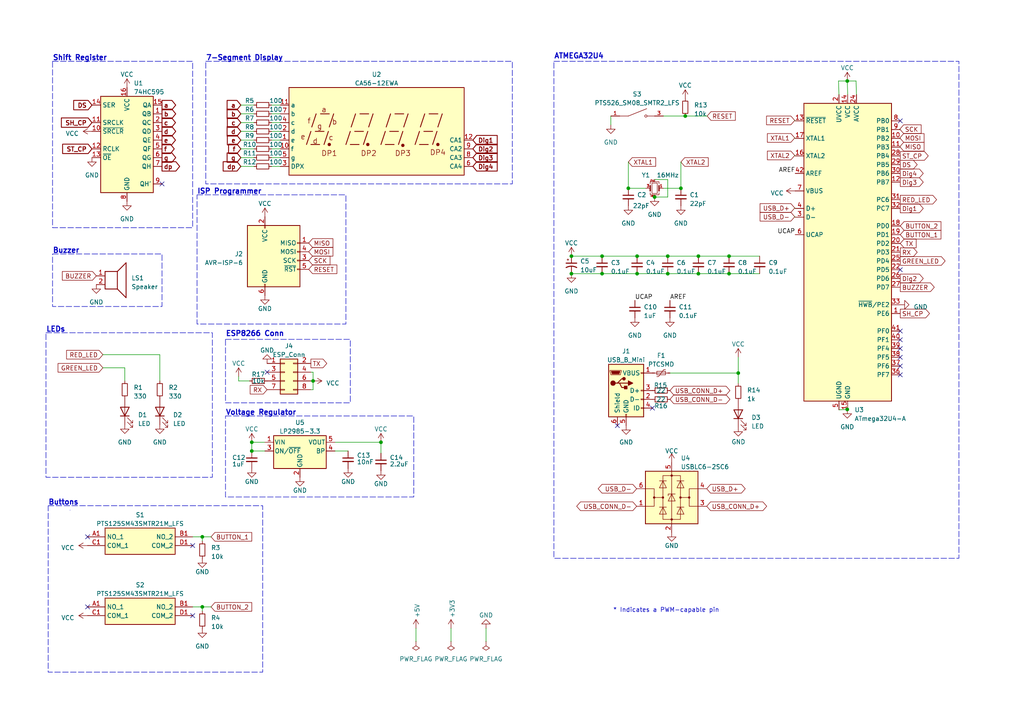
<source format=kicad_sch>
(kicad_sch (version 20230121) (generator eeschema)
  (paper "A4")
  (title_block (title "Kitchen Timer") (date "mar. 31 mars 2015") (rev "1.0") (company "University of Denver"))
  (lib_symbols
    (symbol "74xx:74HC595"
      (property "Reference" "U" (at -7.62 13.97 0))
      (property "Value" "74HC595" (at -7.62 -16.51 0))
      (symbol "74HC595_1_0"
        (pin tri_state line (at 10.16 7.62 180) (length 2.54) (name "QB") (number "1"))
        (pin input line (at -10.16 2.54 0) (length 2.54) (name "~{SRCLR}") (number "10"))
        (pin input line (at -10.16 5.08 0) (length 2.54) (name "SRCLK") (number "11"))
        (pin input line (at -10.16 -2.54 0) (length 2.54) (name "RCLK") (number "12"))
        (pin input line (at -10.16 -5.08 0) (length 2.54) (name "~{OE}") (number "13"))
        (pin input line (at -10.16 10.16 0) (length 2.54) (name "SER") (number "14"))
        (pin tri_state line (at 10.16 10.16 180) (length 2.54) (name "QA") (number "15"))
        (pin power_in line (at 0 15.24 270) (length 2.54) (name "VCC") (number "16"))
        (pin tri_state line (at 10.16 5.08 180) (length 2.54) (name "QC") (number "2"))
        (pin tri_state line (at 10.16 2.54 180) (length 2.54) (name "QD") (number "3"))
        (pin tri_state line (at 10.16 0 180) (length 2.54) (name "QE") (number "4"))
        (pin tri_state line (at 10.16 -2.54 180) (length 2.54) (name "QF") (number "5"))
        (pin tri_state line (at 10.16 -5.08 180) (length 2.54) (name "QG") (number "6"))
        (pin tri_state line (at 10.16 -7.62 180) (length 2.54) (name "QH") (number "7"))
        (pin power_in line (at 0 -17.78 90) (length 2.54) (name "GND") (number "8"))
        (pin output line (at 10.16 -12.7 180) (length 2.54) (name "QH'") (number "9"))
      )
    )
    (symbol "Connector:AVR-ISP-6" (pin_names (offset 1.016))
      (property "Reference" "J" (at -6.35 11.43 0))
      (property "Value" "AVR-ISP-6" (at 0 11.43 0))
      (symbol "AVR-ISP-6_1_1"
        (pin passive line (at 10.16 5.08 180) (length 2.54) (name "MISO") (number "1"))
        (pin passive line (at -2.54 12.7 270) (length 2.54) (name "VCC") (number "2"))
        (pin passive line (at 10.16 0 180) (length 2.54) (name "SCK") (number "3"))
        (pin passive line (at 10.16 2.54 180) (length 2.54) (name "MOSI") (number "4"))
        (pin passive line (at 10.16 -2.54 180) (length 2.54) (name "~{RST}") (number "5"))
        (pin passive line (at -2.54 -10.16 90) (length 2.54) (name "GND") (number "6"))
      )
    )
    (symbol "Connector:USB_B_Mini" (pin_names (offset 1.016))
      (property "Reference" "J" (at -5.08 11.43 0))
      (property "Value" "USB_B_Mini" (at -5.08 8.89 0))
      (symbol "USB_B_Mini_1_1"
        (pin power_out line (at 7.62 5.08 180) (length 2.54) (name "VBUS") (number "1"))
        (pin bidirectional line (at 7.62 -2.54 180) (length 2.54) (name "D-") (number "2"))
        (pin bidirectional line (at 7.62 0 180) (length 2.54) (name "D+") (number "3"))
        (pin passive line (at 7.62 -5.08 180) (length 2.54) (name "ID") (number "4"))
        (pin power_out line (at 0 -10.16 90) (length 2.54) (name "GND") (number "5"))
        (pin passive line (at -2.54 -10.16 90) (length 2.54) (name "Shield") (number "6"))
      )
    )
    (symbol "Connector_Generic:Conn_02x04_Odd_Even" (pin_names (offset 1.016) hide)
      (property "Reference" "J" (at 1.27 5.08 0))
      (property "Value" "Conn_02x04_Odd_Even" (at 1.27 -7.62 0))
      (symbol "Conn_02x04_Odd_Even_1_1"
        (pin passive line (at -5.08 2.54 0) (length 3.81) (name "Pin_1") (number "1"))
        (pin passive line (at 7.62 2.54 180) (length 3.81) (name "Pin_2") (number "2"))
        (pin passive line (at -5.08 0 0) (length 3.81) (name "Pin_3") (number "3"))
        (pin passive line (at 7.62 0 180) (length 3.81) (name "Pin_4") (number "4"))
        (pin passive line (at -5.08 -2.54 0) (length 3.81) (name "Pin_5") (number "5"))
        (pin passive line (at 7.62 -2.54 180) (length 3.81) (name "Pin_6") (number "6"))
        (pin passive line (at -5.08 -5.08 0) (length 3.81) (name "Pin_7") (number "7"))
        (pin passive line (at 7.62 -5.08 180) (length 3.81) (name "Pin_8") (number "8"))
      )
    )
    (symbol "Device:C_Polarized_Small_US" (pin_numbers hide) (pin_names (offset 0.254) hide)
      (property "Reference" "C" (at 0.254 1.778 0))
      (property "Value" "C_Polarized_Small_US" (at 0.254 -2.032 0))
      (symbol "C_Polarized_Small_US_1_1"
        (pin passive line (at 0 2.54 270) (length 2.032) (name "~") (number "1"))
        (pin passive line (at 0 -2.54 90) (length 2.032) (name "~") (number "2"))
      )
    )
    (symbol "Device:C_Small" (pin_numbers hide) (pin_names (offset 0.254) hide)
      (property "Reference" "C" (at 0.254 1.778 0))
      (property "Value" "C_Small" (at 0.254 -2.032 0))
      (symbol "C_Small_1_1"
        (pin passive line (at 0 2.54 270) (length 2.032) (name "~") (number "1"))
        (pin passive line (at 0 -2.54 90) (length 2.032) (name "~") (number "2"))
      )
    )
    (symbol "Device:Crystal_GND24_Small" (pin_names (offset 1.016) hide)
      (property "Reference" "Y" (at 1.27 4.445 0))
      (property "Value" "Crystal_GND24_Small" (at 1.27 2.54 0))
      (symbol "Crystal_GND24_Small_1_1"
        (pin passive line (at -2.54 0 0) (length 1.27) (name "1") (number "1"))
        (pin passive line (at 0 -2.54 90) (length 0.635) (name "2") (number "2"))
        (pin passive line (at 2.54 0 180) (length 1.27) (name "3") (number "3"))
        (pin passive line (at 0 2.54 270) (length 0.635) (name "4") (number "4"))
      )
    )
    (symbol "Device:LED" (pin_numbers hide) (pin_names (offset 1.016) hide)
      (property "Reference" "D" (at 0 2.54 0))
      (property "Value" "LED" (at 0 -2.54 0))
      (symbol "LED_1_1"
        (pin passive line (at -3.81 0 0) (length 2.54) (name "K") (number "1"))
        (pin passive line (at 3.81 0 180) (length 2.54) (name "A") (number "2"))
      )
    )
    (symbol "Device:Polyfuse_Small" (pin_numbers hide) (pin_names (offset 0))
      (property "Reference" "F" (at -1.905 0 90))
      (property "Value" "Polyfuse_Small" (at 1.905 0 90))
      (symbol "Polyfuse_Small_1_1"
        (pin passive line (at 0 2.54 270) (length 0.635) (name "~") (number "1"))
        (pin passive line (at 0 -2.54 90) (length 0.635) (name "~") (number "2"))
      )
    )
    (symbol "Device:R_Small" (pin_numbers hide) (pin_names (offset 0.254) hide)
      (property "Reference" "R" (at 0.762 0.508 0))
      (property "Value" "R_Small" (at 0.762 -1.016 0))
      (symbol "R_Small_1_1"
        (pin passive line (at 0 2.54 270) (length 0.762) (name "~") (number "1"))
        (pin passive line (at 0 -2.54 90) (length 0.762) (name "~") (number "2"))
      )
    )
    (symbol "Device:Speaker" (pin_names (offset 0) hide)
      (property "Reference" "LS" (at 1.27 5.715 0))
      (property "Value" "Speaker" (at 1.27 3.81 0))
      (symbol "Speaker_1_1"
        (pin input line (at -5.08 0 0) (length 2.54) (name "1") (number "1"))
        (pin input line (at -5.08 -2.54 0) (length 2.54) (name "2") (number "2"))
      )
    )
    (symbol "Display_Character:CA56-12EWA"
      (property "Reference" "U" (at -24.13 13.97 0))
      (property "Value" "CA56-12EWA" (at 19.05 13.97 0))
      (symbol "CA56-12EWA_0_0"
        (text "a" (at -15.24 6.35 0) (effects (font (size 1.524 1.524))))
        (text "b" (at -12.192 2.794 0) (effects (font (size 1.524 1.524))))
        (text "c" (at -13.208 -1.778 0) (effects (font (size 1.524 1.524))))
        (text "d" (at -17.78 -2.794 0) (effects (font (size 1.524 1.524))))
        (text "DP1" (at -13.716 -6.35 0) (effects (font (size 1.524 1.524))))
        (text "DP2" (at -2.286 -6.35 0) (effects (font (size 1.524 1.524))))
        (text "DP3" (at 7.62 -6.35 0) (effects (font (size 1.524 1.524))))
        (text "DP4" (at 17.78 -6.096 0) (effects (font (size 1.524 1.524))))
        (text "e" (at -21.336 -1.524 0) (effects (font (size 1.524 1.524))))
        (text "f" (at -19.558 3.048 0) (effects (font (size 1.524 1.524))))
        (text "g" (at -16.51 1.524 0) (effects (font (size 1.524 1.524))))
      )
      (symbol "CA56-12EWA_1_1"
        (pin input line (at -27.94 -2.54 0) (length 2.54) (name "e") (number "1"))
        (pin input line (at -27.94 -5.08 0) (length 2.54) (name "f") (number "10"))
        (pin input line (at -27.94 7.62 0) (length 2.54) (name "a") (number "11"))
        (pin input line (at 27.94 -2.54 180) (length 2.54) (name "CA1") (number "12"))
        (pin input line (at -27.94 0 0) (length 2.54) (name "d") (number "2"))
        (pin input line (at -27.94 -10.16 0) (length 2.54) (name "DPX") (number "3"))
        (pin input line (at -27.94 2.54 0) (length 2.54) (name "c") (number "4"))
        (pin input line (at -27.94 -7.62 0) (length 2.54) (name "g") (number "5"))
        (pin input line (at 27.94 -10.16 180) (length 2.54) (name "CA4") (number "6"))
        (pin input line (at -27.94 5.08 0) (length 2.54) (name "b") (number "7"))
        (pin input line (at 27.94 -7.62 180) (length 2.54) (name "CA3") (number "8"))
        (pin input line (at 27.94 -5.08 180) (length 2.54) (name "CA2") (number "9"))
      )
    )
    (symbol "GND_1" (power) (pin_names (offset 0))
      (property "Value" "GND_1" (at 0 -3.81 0))
      (symbol "GND_1_1_1"
        (pin power_in line (at 0 0 270) (length 0) hide (name "GND") (number "1"))
      )
    )
    (symbol "GND_2" (power) (pin_names (offset 0))
      (property "Value" "GND_2" (at 0 -3.81 0))
      (symbol "GND_2_1_1"
        (pin power_in line (at 0 0 270) (length 0) hide (name "GND") (number "1"))
      )
    )
    (symbol "GND_3" (power) (pin_names (offset 0))
      (property "Value" "GND_3" (at 0 -3.81 0))
      (symbol "GND_3_1_1"
        (pin power_in line (at 0 0 270) (length 0) hide (name "GND") (number "1"))
      )
    )
    (symbol "GND_4" (power) (pin_names (offset 0))
      (property "Value" "GND_4" (at 0 -3.81 0))
      (symbol "GND_4_1_1"
        (pin power_in line (at 0 0 270) (length 0) hide (name "GND") (number "1"))
      )
    )
    (symbol "GND_5" (power) (pin_names (offset 0))
      (property "Value" "GND_5" (at 0 -3.81 0))
      (symbol "GND_5_1_1"
        (pin power_in line (at 0 0 270) (length 0) hide (name "GND") (number "1"))
      )
    )
    (symbol "MCU_Microchip_ATmega:ATmega32U4-A"
      (property "Reference" "U" (at -12.7 44.45 0))
      (property "Value" "ATmega32U4-A" (at 2.54 -44.45 0))
      (symbol "ATmega32U4-A_1_1"
        (pin bidirectional line (at 15.24 -17.78 180) (length 2.54) (name "PE6") (number "1"))
        (pin bidirectional line (at 15.24 33.02 180) (length 2.54) (name "PB2") (number "10"))
        (pin bidirectional line (at 15.24 30.48 180) (length 2.54) (name "PB3") (number "11"))
        (pin bidirectional line (at 15.24 20.32 180) (length 2.54) (name "PB7") (number "12"))
        (pin input line (at -15.24 38.1 0) (length 2.54) (name "~{RESET}") (number "13"))
        (pin power_in line (at 0 45.72 270) (length 2.54) (name "VCC") (number "14"))
        (pin power_in line (at 0 -45.72 90) (length 2.54) (name "GND") (number "15"))
        (pin output line (at -15.24 27.94 0) (length 2.54) (name "XTAL2") (number "16"))
        (pin input line (at -15.24 33.02 0) (length 2.54) (name "XTAL1") (number "17"))
        (pin bidirectional line (at 15.24 7.62 180) (length 2.54) (name "PD0") (number "18"))
        (pin bidirectional line (at 15.24 5.08 180) (length 2.54) (name "PD1") (number "19"))
        (pin power_in line (at -2.54 45.72 270) (length 2.54) (name "UVCC") (number "2"))
        (pin bidirectional line (at 15.24 2.54 180) (length 2.54) (name "PD2") (number "20"))
        (pin bidirectional line (at 15.24 0 180) (length 2.54) (name "PD3") (number "21"))
        (pin bidirectional line (at 15.24 -5.08 180) (length 2.54) (name "PD5") (number "22"))
        (pin passive line (at 0 -45.72 90) (length 2.54) hide (name "GND") (number "23"))
        (pin power_in line (at 2.54 45.72 270) (length 2.54) (name "AVCC") (number "24"))
        (pin bidirectional line (at 15.24 -2.54 180) (length 2.54) (name "PD4") (number "25"))
        (pin bidirectional line (at 15.24 -7.62 180) (length 2.54) (name "PD6") (number "26"))
        (pin bidirectional line (at 15.24 -10.16 180) (length 2.54) (name "PD7") (number "27"))
        (pin bidirectional line (at 15.24 27.94 180) (length 2.54) (name "PB4") (number "28"))
        (pin bidirectional line (at 15.24 25.4 180) (length 2.54) (name "PB5") (number "29"))
        (pin bidirectional line (at -15.24 10.16 0) (length 2.54) (name "D-") (number "3"))
        (pin bidirectional line (at 15.24 22.86 180) (length 2.54) (name "PB6") (number "30"))
        (pin bidirectional line (at 15.24 15.24 180) (length 2.54) (name "PC6") (number "31"))
        (pin bidirectional line (at 15.24 12.7 180) (length 2.54) (name "PC7") (number "32"))
        (pin bidirectional line (at 15.24 -15.24 180) (length 2.54) (name "~{HWB}/PE2") (number "33"))
        (pin passive line (at 0 45.72 270) (length 2.54) hide (name "VCC") (number "34"))
        (pin passive line (at 0 -45.72 90) (length 2.54) hide (name "GND") (number "35"))
        (pin bidirectional line (at 15.24 -35.56 180) (length 2.54) (name "PF7") (number "36"))
        (pin bidirectional line (at 15.24 -33.02 180) (length 2.54) (name "PF6") (number "37"))
        (pin bidirectional line (at 15.24 -30.48 180) (length 2.54) (name "PF5") (number "38"))
        (pin bidirectional line (at 15.24 -27.94 180) (length 2.54) (name "PF4") (number "39"))
        (pin bidirectional line (at -15.24 12.7 0) (length 2.54) (name "D+") (number "4"))
        (pin bidirectional line (at 15.24 -25.4 180) (length 2.54) (name "PF1") (number "40"))
        (pin bidirectional line (at 15.24 -22.86 180) (length 2.54) (name "PF0") (number "41"))
        (pin passive line (at -15.24 22.86 0) (length 2.54) (name "AREF") (number "42"))
        (pin passive line (at 0 -45.72 90) (length 2.54) hide (name "GND") (number "43"))
        (pin passive line (at 2.54 45.72 270) (length 2.54) hide (name "AVCC") (number "44"))
        (pin passive line (at -2.54 -45.72 90) (length 2.54) (name "UGND") (number "5"))
        (pin passive line (at -15.24 5.08 0) (length 2.54) (name "UCAP") (number "6"))
        (pin input line (at -15.24 17.78 0) (length 2.54) (name "VBUS") (number "7"))
        (pin bidirectional line (at 15.24 38.1 180) (length 2.54) (name "PB0") (number "8"))
        (pin bidirectional line (at 15.24 35.56 180) (length 2.54) (name "PB1") (number "9"))
      )
    )
    (symbol "PTS125_SMD_Button:PTS125SM43SMTR21M_LFS"
      (property "Reference" "S" (at 26.67 7.62 0))
      (property "Value" "PTS125SM43SMTR21M_LFS" (at 26.67 5.08 0))
      (symbol "PTS125SM43SMTR21M_LFS_1_1"
        (pin passive line (at 0 0 0) (length 5.08) (name "NO_1") (number "A1"))
        (pin passive line (at 30.48 0 180) (length 5.08) (name "NO_2") (number "B1"))
        (pin passive line (at 0 -2.54 0) (length 5.08) (name "COM_1") (number "C1"))
        (pin passive line (at 30.48 -2.54 180) (length 5.08) (name "COM_2") (number "D1"))
      )
    )
    (symbol "PTS526_SMD_Button:PTS526_SM08_SMTR2_LFS" (pin_names (offset 1.016))
      (property "Reference" "S" (at -2.54 2.54 0))
      (property "Value" "PTS526_SM08_SMTR2_LFS" (at -2.54 -2.54 0))
      (symbol "PTS526_SM08_SMTR2_LFS_0_0"
        (pin passive line (at -7.62 0 0) (length 2.54) (name "~") (number "1"))
        (pin passive line (at 7.62 0 180) (length 2.54) (name "~") (number "3"))
      )
    )
    (symbol "Power_Protection:USBLC6-2SC6" (pin_names hide)
      (property "Reference" "U" (at 2.54 8.89 0))
      (property "Value" "USBLC6-2SC6" (at 2.54 -8.89 0))
      (symbol "USBLC6-2SC6_1_1"
        (pin passive line (at -10.16 -2.54 0) (length 2.54) (name "I/O1") (number "1"))
        (pin passive line (at 0 -10.16 90) (length 2.54) (name "GND") (number "2"))
        (pin passive line (at 10.16 -2.54 180) (length 2.54) (name "I/O2") (number "3"))
        (pin passive line (at 10.16 2.54 180) (length 2.54) (name "I/O2") (number "4"))
        (pin passive line (at 0 10.16 270) (length 2.54) (name "VBUS") (number "5"))
        (pin passive line (at -10.16 2.54 0) (length 2.54) (name "I/O1") (number "6"))
      )
    )
    (symbol "Regulator_Linear:LP2985-3.3" (pin_names (offset 0.254))
      (property "Reference" "U" (at -6.35 5.715 0))
      (property "Value" "LP2985-3.3" (at 0 5.715 0))
      (symbol "LP2985-3.3_1_1"
        (pin power_in line (at -10.16 2.54 0) (length 2.54) (name "VIN") (number "1"))
        (pin power_in line (at 0 -7.62 90) (length 2.54) (name "GND") (number "2"))
        (pin input line (at -10.16 0 0) (length 2.54) (name "ON/~{OFF}") (number "3"))
        (pin input line (at 10.16 0 180) (length 2.54) (name "BP") (number "4"))
        (pin power_out line (at 10.16 2.54 180) (length 2.54) (name "VOUT") (number "5"))
      )
    )
    (symbol "VCC_1" (power) (pin_names (offset 0))
      (property "Value" "VCC_1" (at 0 3.81 0))
      (symbol "VCC_1_1_1"
        (pin power_in line (at 0 0 90) (length 0) hide (name "VCC") (number "1"))
      )
    )
    (symbol "VCC_2" (power) (pin_names (offset 0))
      (property "Value" "VCC_2" (at 0 3.81 0))
      (symbol "VCC_2_1_1"
        (pin power_in line (at 0 0 90) (length 0) hide (name "VCC") (number "1"))
      )
    )
    (symbol "VCC_3" (power) (pin_names (offset 0))
      (property "Value" "VCC_3" (at 0 3.81 0))
      (symbol "VCC_3_1_1"
        (pin power_in line (at 0 0 90) (length 0) hide (name "VCC") (number "1"))
      )
    )
    (symbol "VCC_4" (power) (pin_names (offset 0))
      (property "Value" "VCC_4" (at 0 3.81 0))
      (symbol "VCC_4_1_1"
        (pin power_in line (at 0 0 90) (length 0) hide (name "VCC") (number "1"))
      )
    )
    (symbol "VCC_5" (power) (pin_names (offset 0))
      (property "Value" "VCC_5" (at 0 3.81 0))
      (symbol "VCC_5_1_1"
        (pin power_in line (at 0 0 90) (length 0) hide (name "VCC") (number "1"))
      )
    )
    (symbol "VCC_6" (power) (pin_names (offset 0))
      (property "Value" "VCC_6" (at 0 3.81 0))
      (symbol "VCC_6_1_1"
        (pin power_in line (at 0 0 90) (length 0) hide (name "VCC") (number "1"))
      )
    )
    (symbol "VCC_7" (power) (pin_names (offset 0))
      (property "Value" "VCC_7" (at 0 3.81 0))
      (symbol "VCC_7_1_1"
        (pin power_in line (at 0 0 90) (length 0) hide (name "VCC") (number "1"))
      )
    )
    (symbol "power:+3V3" (power) (pin_names (offset 0))
      (property "Value" "+3V3" (at 0 3.556 0))
      (symbol "+3V3_1_1"
        (pin power_in line (at 0 0 90) (length 0) hide (name "+3V3") (number "1"))
      )
    )
    (symbol "power:+5V" (power) (pin_names (offset 0))
      (property "Value" "+5V" (at 0 3.556 0))
      (symbol "+5V_1_1"
        (pin power_in line (at 0 0 90) (length 0) hide (name "+5V") (number "1"))
      )
    )
    (symbol "power:GND" (power) (pin_names (offset 0))
      (property "Value" "GND" (at 0 -3.81 0))
      (symbol "GND_1_1"
        (pin power_in line (at 0 0 270) (length 0) hide (name "GND") (number "1"))
      )
    )
    (symbol "power:PWR_FLAG" (power) (pin_numbers hide) (pin_names (offset 0) hide)
      (property "Value" "PWR_FLAG" (at 0 3.81 0))
      (symbol "PWR_FLAG_0_0"
        (pin power_out line (at 0 0 90) (length 0) (name "pwr") (number "1"))
      )
    )
  )
  (junction (at 73.025 130.81))
  (junction (at 211.455 74.295))
  (junction (at 211.455 79.375))
  (junction (at 193.675 79.375))
  (junction (at 202.565 79.375))
  (junction (at 189.865 57.15))
  (junction (at 90.805 110.49))
  (junction (at 198.755 33.655))
  (junction (at 184.785 79.375))
  (junction (at 110.49 128.27))
  (junction (at 58.674 176.022))
  (junction (at 58.674 155.702))
  (junction (at 174.625 79.375))
  (junction (at 165.735 79.375))
  (junction (at 193.675 74.295))
  (junction (at 245.745 23.495))
  (junction (at 182.245 54.61))
  (junction (at 202.565 74.295))
  (junction (at 245.745 118.745))
  (junction (at 197.485 54.61))
  (junction (at 73.025 128.27))
  (junction (at 184.785 74.295))
  (junction (at 174.625 74.295))
  (junction (at 165.735 74.295))
  (junction (at 214.122 108.204))
  (no_connect (at 261.112 106.172))
  (no_connect (at 25.4 176.022))
  (no_connect (at 261.112 78.232))
  (no_connect (at 179.07 123.444))
  (no_connect (at 46.99 53.34))
  (no_connect (at 25.4 155.702))
  (no_connect (at 55.88 158.242))
  (no_connect (at 77.47 107.95))
  (no_connect (at 189.23 118.364))
  (no_connect (at 261.112 101.092))
  (no_connect (at 55.88 178.562))
  (no_connect (at 261.112 108.712))
  (no_connect (at 261.112 98.552))
  (no_connect (at 261.112 103.632))
  (no_connect (at 261.112 96.012))
  (no_connect (at 261.112 35.052))
  (wire (pts (xy 78.74 45.72) (xy 81.28 45.72)))
  (wire (pts (xy 90.805 107.95) (xy 90.17 107.95)))
  (wire (pts (xy 29.845 102.87) (xy 46.355 102.87)))
  (wire (pts (xy 193.675 79.375) (xy 202.565 79.375)))
  (wire (pts (xy 78.74 33.02) (xy 81.28 33.02)))
  (wire (pts (xy 189.865 52.07) (xy 193.675 52.07)))
  (wire (pts (xy 58.674 155.702) (xy 55.88 155.702)))
  (wire (pts (xy 182.245 46.99) (xy 182.245 54.61)))
  (wire (pts (xy 78.74 43.18) (xy 81.28 43.18)))
  (wire (pts (xy 78.74 48.26) (xy 81.28 48.26)))
  (wire (pts (xy 243.205 23.495) (xy 245.745 23.495)))
  (wire (pts (xy 46.355 110.49) (xy 46.355 102.87)))
  (wire (pts (xy 174.625 79.375) (xy 184.785 79.375)))
  (wire (pts (xy 192.405 54.61) (xy 197.485 54.61)))
  (wire (pts (xy 69.85 38.1) (xy 73.66 38.1)))
  (wire (pts (xy 189.865 57.15) (xy 193.675 57.15)))
  (wire (pts (xy 90.805 110.49) (xy 90.805 113.03)))
  (wire (pts (xy 245.745 23.495) (xy 245.872 27.432)))
  (wire (pts (xy 29.845 106.68) (xy 36.195 106.68)))
  (wire (pts (xy 140.97 182.245) (xy 140.97 186.055)))
  (wire (pts (xy 76.835 128.27) (xy 73.025 128.27)))
  (wire (pts (xy 78.74 38.1) (xy 81.28 38.1)))
  (wire (pts (xy 73.025 128.27) (xy 73.025 130.81)))
  (wire (pts (xy 245.745 23.495) (xy 248.285 23.495)))
  (wire (pts (xy 193.675 74.295) (xy 202.565 74.295)))
  (wire (pts (xy 69.85 30.48) (xy 73.66 30.48)))
  (wire (pts (xy 69.85 43.18) (xy 73.66 43.18)))
  (wire (pts (xy 69.85 40.64) (xy 73.66 40.64)))
  (wire (pts (xy 78.74 30.48) (xy 81.28 30.48)))
  (wire (pts (xy 58.674 176.022) (xy 58.674 177.292)))
  (wire (pts (xy 76.835 130.81) (xy 73.025 130.81)))
  (wire (pts (xy 193.675 57.15) (xy 193.675 52.07)))
  (wire (pts (xy 97.155 130.81) (xy 100.965 130.81)))
  (wire (pts (xy 69.85 48.26) (xy 73.66 48.26)))
  (wire (pts (xy 90.805 113.03) (xy 90.17 113.03)))
  (wire (pts (xy 72.39 110.49) (xy 69.215 110.49)))
  (wire (pts (xy 248.285 23.495) (xy 248.412 27.432)))
  (wire (pts (xy 69.85 33.02) (xy 73.66 33.02)))
  (wire (pts (xy 97.155 128.27) (xy 110.49 128.27)))
  (wire (pts (xy 69.215 110.49) (xy 69.215 109.22)))
  (wire (pts (xy 243.205 23.495) (xy 243.332 27.432)))
  (wire (pts (xy 120.65 182.245) (xy 120.65 186.055)))
  (wire (pts (xy 177.165 33.655) (xy 177.165 36.195)))
  (wire (pts (xy 261.112 42.672) (xy 260.985 42.545)))
  (wire (pts (xy 78.74 40.64) (xy 81.28 40.64)))
  (wire (pts (xy 243.332 118.872) (xy 245.745 118.745)))
  (wire (pts (xy 36.195 110.49) (xy 36.195 106.68)))
  (wire (pts (xy 214.122 103.632) (xy 214.122 108.204)))
  (wire (pts (xy 184.785 79.375) (xy 193.675 79.375)))
  (wire (pts (xy 198.755 33.655) (xy 205.105 33.655)))
  (wire (pts (xy 211.455 74.295) (xy 220.345 74.295)))
  (wire (pts (xy 245.872 118.872) (xy 245.745 118.745)))
  (wire (pts (xy 184.785 74.295) (xy 193.675 74.295)))
  (wire (pts (xy 182.245 54.61) (xy 187.325 54.61)))
  (wire (pts (xy 230.632 60.452) (xy 230.505 60.325)))
  (wire (pts (xy 165.735 79.375) (xy 174.625 79.375)))
  (wire (pts (xy 230.632 62.992) (xy 230.505 62.865)))
  (wire (pts (xy 69.85 35.56) (xy 73.66 35.56)))
  (wire (pts (xy 58.674 155.702) (xy 58.674 156.972)))
  (wire (pts (xy 174.625 74.295) (xy 184.785 74.295)))
  (wire (pts (xy 202.565 74.295) (xy 211.455 74.295)))
  (wire (pts (xy 90.805 107.95) (xy 90.805 110.49)))
  (wire (pts (xy 78.74 35.56) (xy 81.28 35.56)))
  (wire (pts (xy 165.735 74.295) (xy 174.625 74.295)))
  (wire (pts (xy 211.455 79.375) (xy 220.345 79.375)))
  (wire (pts (xy 110.49 128.27) (xy 110.49 131.445)))
  (wire (pts (xy 130.81 182.245) (xy 130.81 186.055)))
  (wire (pts (xy 192.405 33.655) (xy 198.755 33.655)))
  (wire (pts (xy 194.31 108.204) (xy 214.122 108.204)))
  (wire (pts (xy 58.674 155.702) (xy 61.214 155.702)))
  (wire (pts (xy 69.85 45.72) (xy 73.66 45.72)))
  (wire (pts (xy 261.112 37.592) (xy 260.985 37.465)))
  (wire (pts (xy 58.674 176.022) (xy 55.88 176.022)))
  (wire (pts (xy 230.632 40.132) (xy 230.505 40.005)))
  (wire (pts (xy 90.17 110.49) (xy 90.805 110.49)))
  (wire (pts (xy 214.122 108.204) (xy 214.122 111.252)))
  (wire (pts (xy 230.632 35.052) (xy 230.505 34.925)))
  (wire (pts (xy 202.565 79.375) (xy 211.455 79.375)))
  (wire (pts (xy 261.112 40.132) (xy 260.985 40.005)))
  (wire (pts (xy 230.632 45.212) (xy 230.505 45.085)))
  (wire (pts (xy 58.674 176.022) (xy 61.214 176.022)))
  (wire (pts (xy 197.485 46.99) (xy 197.485 54.61)))
  (rectangle (start 15.24 17.78) (end 55.88 66.04) (stroke (width 0) (type dash)))
  (rectangle (start 160.655 17.78) (end 278.13 161.925) (stroke (width 0) (type dash)))
  (rectangle (start 59.69 17.78) (end 148.59 53.34) (stroke (width 0) (type dash)))
  (rectangle (start 20.32 147.955) (end 20.32 147.955))
  (rectangle (start 57.15 56.515) (end 100.33 93.98) (stroke (width 0) (type dash)))
  (rectangle (start 13.335 96.52) (end 61.595 138.43) (stroke (width 0) (type dash)))
  (rectangle (start 13.97 146.685) (end 76.2 194.945) (stroke (width 0) (type dash)))
  (rectangle (start 65.405 120.65) (end 120.015 144.145) (stroke (width 0) (type dash)))
  (rectangle (start 15.24 73.66) (end 46.99 88.9) (stroke (width 0) (type dash)))
  (rectangle (start 65.405 98.425) (end 101.6 116.84) (stroke (width 0) (type dash)))
  (text "Buzzer" (at 15.24 73.66 0) (effects (font (size 1.5 1.5) (thickness 0.3) bold) (justify left bottom)))
  (text "Buttons" (at 13.97 146.685 0) (effects (font (size 1.5 1.5) (thickness 0.3) bold) (justify left bottom)))
  (text "7-Segment Display" (at 59.69 17.78 0) (effects (font (size 1.5 1.5) bold) (justify left bottom)))
  (text "ATMEGA32U4\n\n" (at 160.655 19.685 0) (effects (font (size 1.5 1.5) bold) (justify left bottom)))
  (text "ISP Programmer\n" (at 57.15 56.515 0) (effects (font (size 1.5 1.5) (thickness 0.3) bold) (justify left bottom)))
  (text "Voltage Regulator\n" (at 65.405 120.65 0) (effects (font (size 1.5 1.5) (thickness 0.3) bold) (justify left bottom)))
  (text "Shift Register" (at 15.24 17.78 0) (effects (font (size 1.5 1.5) bold) (justify left bottom)))
  (text "* Indicates a PWM-capable pin" (at 177.8 177.8 0) (effects (font (size 1.27 1.27)) (justify left bottom)))
  (text "LEDs\n" (at 13.335 96.52 0) (effects (font (size 1.5 1.5) (thickness 0.3) bold) (justify left bottom)))
  (text "ESP8266 Conn\n" (at 65.405 97.79 0) (effects (font (size 1.5 1.5) (thickness 0.3) bold) (justify left bottom)))
  (label "AREF" (at 230.632 50.292 180))
  (label "AREF" (at 194.31 87.122 0))
  (label "UCAP" (at 230.632 68.072 180))
  (label "UCAP" (at 184.15 87.122 0))
  (global_label "XTAL1" (shape input) (at 182.245 46.99 0) (property "Intersheetrefs" "${INTERSHEET_REFS}" (effects hide)))
  (global_label "Dig4" (shape input) (at 137.16 48.26 0) (effects (font bold)) (property "Intersheetrefs" "${INTERSHEET_REFS}" (effects hide)))
  (global_label "Dig3" (shape input) (at 137.16 45.72 0) (effects (font bold)) (property "Intersheetrefs" "${INTERSHEET_REFS}" (effects hide)))
  (global_label "USB_CONN_D-" (shape bidirectional) (at 194.31 115.824 0) (property "Intersheetrefs" "${INTERSHEET_REFS}" (effects hide)))
  (global_label "GREEN_LED" (shape input) (at 29.845 106.68 180) (property "Intersheetrefs" "${INTERSHEET_REFS}" (effects hide)))
  (global_label "e" (shape input) (at 69.85 40.64 180) (effects (font bold)) (property "Intersheetrefs" "${INTERSHEET_REFS}" (effects hide)))
  (global_label "BUTTON_2" (shape input) (at 61.214 176.022 0) (property "Intersheetrefs" "${INTERSHEET_REFS}" (effects hide)))
  (global_label "ST_CP" (shape output) (at 261.112 45.212 0) (property "Intersheetrefs" "${INTERSHEET_REFS}" (effects hide)))
  (global_label "dp" (shape input) (at 69.85 48.26 180) (effects (font bold)) (property "Intersheetrefs" "${INTERSHEET_REFS}" (effects hide)))
  (global_label "Dig4" (shape output) (at 261.112 50.292 0) (property "Intersheetrefs" "${INTERSHEET_REFS}" (effects hide)))
  (global_label "USB_D-" (shape bidirectional) (at 184.658 141.7574 180) (property "Intersheetrefs" "${INTERSHEET_REFS}" (effects hide)))
  (global_label "Dig1" (shape input) (at 137.16 40.64 0) (effects (font bold)) (property "Intersheetrefs" "${INTERSHEET_REFS}" (effects hide)))
  (global_label "BUTTON_1" (shape input) (at 261.112 68.072 0) (property "Intersheetrefs" "${INTERSHEET_REFS}" (effects hide)))
  (global_label "USB_CONN_D+" (shape bidirectional) (at 204.978 146.8374 0) (property "Intersheetrefs" "${INTERSHEET_REFS}" (effects hide)))
  (global_label "SH_CP" (shape input) (at 26.67 35.56 180) (effects (font bold)) (property "Intersheetrefs" "${INTERSHEET_REFS}" (effects hide)))
  (global_label "f" (shape input) (at 69.85 43.18 180) (effects (font bold)) (property "Intersheetrefs" "${INTERSHEET_REFS}" (effects hide)))
  (global_label "USB_CONN_D+" (shape bidirectional) (at 194.31 113.284 0) (property "Intersheetrefs" "${INTERSHEET_REFS}" (effects hide)))
  (global_label "d" (shape output) (at 46.99 38.1 0) (effects (font bold)) (property "Intersheetrefs" "${INTERSHEET_REFS}" (effects hide)))
  (global_label "Dig3" (shape output) (at 261.112 52.832 0) (property "Intersheetrefs" "${INTERSHEET_REFS}" (effects hide)))
  (global_label "dp" (shape output) (at 46.99 48.26 0) (effects (font bold)) (property "Intersheetrefs" "${INTERSHEET_REFS}" (effects hide)))
  (global_label "RX" (shape input) (at 77.47 113.03 180) (property "Intersheetrefs" "${INTERSHEET_REFS}" (effects hide)))
  (global_label "b" (shape input) (at 69.85 33.02 180) (effects (font bold)) (property "Intersheetrefs" "${INTERSHEET_REFS}" (effects hide)))
  (global_label "SCK" (shape input) (at 89.535 75.565 0) (property "Intersheetrefs" "${INTERSHEET_REFS}" (effects hide)))
  (global_label "TX" (shape output) (at 90.17 105.41 0) (property "Intersheetrefs" "${INTERSHEET_REFS}" (effects hide)))
  (global_label "RESET" (shape input) (at 89.535 78.105 0) (property "Intersheetrefs" "${INTERSHEET_REFS}" (effects hide)))
  (global_label "a" (shape input) (at 69.85 30.48 180) (effects (font bold)) (property "Intersheetrefs" "${INTERSHEET_REFS}" (effects hide)))
  (global_label "MOSI" (shape input) (at 260.985 40.005 0) (property "Intersheetrefs" "${INTERSHEET_REFS}" (effects hide)))
  (global_label "e" (shape output) (at 46.99 40.64 0) (effects (font bold)) (property "Intersheetrefs" "${INTERSHEET_REFS}" (effects hide)))
  (global_label "GREEN_LED" (shape output) (at 261.112 75.692 0) (property "Intersheetrefs" "${INTERSHEET_REFS}" (effects hide)))
  (global_label "g" (shape input) (at 69.85 45.72 180) (effects (font bold)) (property "Intersheetrefs" "${INTERSHEET_REFS}" (effects hide)))
  (global_label "BUTTON_1" (shape input) (at 61.214 155.702 0) (property "Intersheetrefs" "${INTERSHEET_REFS}" (effects hide)))
  (global_label "USB_CONN_D-" (shape bidirectional) (at 184.658 146.8374 180) (property "Intersheetrefs" "${INTERSHEET_REFS}" (effects hide)))
  (global_label "c" (shape input) (at 69.85 35.56 180) (effects (font bold)) (property "Intersheetrefs" "${INTERSHEET_REFS}" (effects hide)))
  (global_label "MOSI" (shape input) (at 89.535 73.025 0) (property "Intersheetrefs" "${INTERSHEET_REFS}" (effects hide)))
  (global_label "Dig1" (shape output) (at 261.112 60.452 0) (property "Intersheetrefs" "${INTERSHEET_REFS}" (effects hide)))
  (global_label "XTAL2" (shape input) (at 197.485 46.99 0) (property "Intersheetrefs" "${INTERSHEET_REFS}" (effects hide)))
  (global_label "RX" (shape output) (at 261.112 73.152 0) (property "Intersheetrefs" "${INTERSHEET_REFS}" (effects hide)))
  (global_label "RED_LED" (shape input) (at 29.845 102.87 180) (property "Intersheetrefs" "${INTERSHEET_REFS}" (effects hide)))
  (global_label "SCK" (shape input) (at 260.985 37.465 0) (property "Intersheetrefs" "${INTERSHEET_REFS}" (effects hide)))
  (global_label "SH_CP" (shape output) (at 261.112 90.932 0) (property "Intersheetrefs" "${INTERSHEET_REFS}" (effects hide)))
  (global_label "DS" (shape output) (at 261.112 47.752 0) (property "Intersheetrefs" "${INTERSHEET_REFS}" (effects hide)))
  (global_label "f" (shape output) (at 46.99 43.18 0) (effects (font bold)) (property "Intersheetrefs" "${INTERSHEET_REFS}" (effects hide)))
  (global_label "MISO" (shape input) (at 89.535 70.485 0) (property "Intersheetrefs" "${INTERSHEET_REFS}" (effects hide)))
  (global_label "Dig2" (shape input) (at 137.16 43.18 0) (effects (font bold)) (property "Intersheetrefs" "${INTERSHEET_REFS}" (effects hide)))
  (global_label "BUZZER" (shape output) (at 261.112 83.312 0) (property "Intersheetrefs" "${INTERSHEET_REFS}" (effects hide)))
  (global_label "USB_D-" (shape input) (at 230.505 62.865 180) (property "Intersheetrefs" "${INTERSHEET_REFS}" (effects hide)))
  (global_label "RED_LED" (shape output) (at 261.112 57.912 0) (property "Intersheetrefs" "${INTERSHEET_REFS}" (effects hide)))
  (global_label "XTAL1" (shape input) (at 230.505 40.005 180) (property "Intersheetrefs" "${INTERSHEET_REFS}" (effects hide)))
  (global_label "a" (shape output) (at 46.99 30.48 0) (effects (font bold)) (property "Intersheetrefs" "${INTERSHEET_REFS}" (effects hide)))
  (global_label "d" (shape input) (at 69.85 38.1 180) (effects (font bold)) (property "Intersheetrefs" "${INTERSHEET_REFS}" (effects hide)))
  (global_label "RESET" (shape input) (at 205.105 33.655 0) (property "Intersheetrefs" "${INTERSHEET_REFS}" (effects hide)))
  (global_label "RESET" (shape input) (at 230.505 34.925 180) (property "Intersheetrefs" "${INTERSHEET_REFS}" (effects hide)))
  (global_label "DS" (shape input) (at 26.67 30.48 180) (effects (font bold)) (property "Intersheetrefs" "${INTERSHEET_REFS}" (effects hide)))
  (global_label "ST_CP" (shape input) (at 26.67 43.18 180) (effects (font bold)) (property "Intersheetrefs" "${INTERSHEET_REFS}" (effects hide)))
  (global_label "BUTTON_2" (shape input) (at 261.112 65.532 0) (property "Intersheetrefs" "${INTERSHEET_REFS}" (effects hide)))
  (global_label "Dig2" (shape output) (at 261.112 80.772 0) (property "Intersheetrefs" "${INTERSHEET_REFS}" (effects hide)))
  (global_label "BUZZER" (shape input) (at 27.94 80.01 180) (property "Intersheetrefs" "${INTERSHEET_REFS}" (effects hide)))
  (global_label "MISO" (shape input) (at 260.985 42.545 0) (property "Intersheetrefs" "${INTERSHEET_REFS}" (effects hide)))
  (global_label "USB_D+" (shape bidirectional) (at 204.978 141.7574 0) (property "Intersheetrefs" "${INTERSHEET_REFS}" (effects hide)))
  (global_label "TX" (shape input) (at 261.112 70.612 0) (property "Intersheetrefs" "${INTERSHEET_REFS}" (effects hide)))
  (global_label "b" (shape output) (at 46.99 33.02 0) (effects (font bold)) (property "Intersheetrefs" "${INTERSHEET_REFS}" (effects hide)))
  (global_label "XTAL2" (shape input) (at 230.505 45.085 180) (property "Intersheetrefs" "${INTERSHEET_REFS}" (effects hide)))
  (global_label "c" (shape output) (at 46.99 35.56 0) (effects (font bold)) (property "Intersheetrefs" "${INTERSHEET_REFS}" (effects hide)))
  (global_label "USB_D+" (shape input) (at 230.505 60.325 180) (property "Intersheetrefs" "${INTERSHEET_REFS}" (effects hide)))
  (global_label "g" (shape output) (at 46.99 45.72 0) (effects (font bold)) (property "Intersheetrefs" "${INTERSHEET_REFS}" (effects hide)))
  (symbol (lib_id "power:GND") (at 76.835 85.725 0) (unit 1)
    (property "Reference" "#PWR033" (effects hide))
    (property "Value" "GND" (at 76.835 89.535 0))
  )
  (symbol (lib_name "VCC_5") (lib_id "power:VCC") (at 165.735 74.295 0) (unit 1)
    (property "Reference" "#PWR023" (effects hide))
    (property "Value" "+5V" (at 165.735 70.485 0))
  )
  (symbol (lib_id "Regulator_Linear:LP2985-3.3") (at 86.995 130.81 0) (unit 1)
    (property "Reference" "U5" (at 86.995 122.555 0))
    (property "Value" "LP2985-3.3" (at 86.995 125.095 0))
    (property "Footprint" "Package_TO_SOT_SMD:SOT-23-5" (effects hide))
    (property "Datasheet" "http://www.ti.com/lit/ds/symlink/lp2985.pdf" (effects hide))
  )
  (symbol (lib_id "power:GND") (at 194.31 92.202 0) (unit 1)
    (property "Reference" "#PWR026" (effects hide))
    (property "Value" "GND" (at 194.31 97.282 0))
  )
  (symbol (lib_id "Device:C_Small") (at 194.31 89.662 0) (unit 1)
    (property "Reference" "C11" (at 196.85 89.0333 0) (effects (justify left)))
    (property "Value" "0.1uF" (at 196.85 91.5733 0) (effects (justify left)))
    (property "Footprint" "Capacitor_SMD:C_0603_1608Metric" (effects hide))
  )
  (symbol (lib_id "power:GND") (at 77.47 105.41 180) (unit 1)
    (property "Reference" "#PWR036" (effects hide))
    (property "Value" "GND" (at 77.47 101.6 0))
  )
  (symbol (lib_id "Device:R_Small") (at 76.2 30.48 90) (unit 1)
    (property "Reference" "R5" (at 72.39 29.21 90))
    (property "Value" "100" (at 80.01 29.21 90))
    (property "Footprint" "Resistor_SMD:R_0805_2012Metric" (effects hide))
  )
  (symbol (lib_id "Device:C_Small") (at 110.49 133.985 0) (unit 1)
    (property "Reference" "C14" (at 113.03 132.715 0) (effects (justify left)))
    (property "Value" "2.2uF" (at 113.03 134.62 0) (effects (justify left)))
    (property "Footprint" "Capacitor_SMD:C_0603_1608Metric" (effects hide))
  )
  (symbol (lib_id "Display_Character:CA56-12EWA") (at 109.22 38.1 0) (unit 1)
    (property "Reference" "U2" (at 109.22 21.59 0))
    (property "Value" "CA56-12EWA" (at 109.22 24.13 0))
    (property "Footprint" "Display_7Segment:CA56-12EWA" (effects hide))
    (property "Datasheet" "http://www.kingbrightusa.com/images/catalog/SPEC/CA56-12EWA.pdf" (effects hide))
  )
  (symbol (lib_id "Device:R_Small") (at 36.195 113.03 0) (unit 1)
    (property "Reference" "R1" (at 38.735 112.395 0) (effects (justify left)))
    (property "Value" "330" (at 38.735 114.935 0) (effects (justify left)))
    (property "Footprint" "Resistor_SMD:R_0805_2012Metric" (effects hide))
  )
  (symbol (lib_id "Device:LED") (at 214.122 120.142 90) (unit 1)
    (property "Reference" "D3" (at 217.932 121.0945 90) (effects (justify right)))
    (property "Value" "LED" (at 217.932 123.6345 90) (effects (justify right)))
    (property "Footprint" "LED_SMD:LED_0805_2012Metric" (effects hide))
  )
  (symbol (lib_name "VCC_2") (lib_id "power:VCC") (at 36.83 25.4 0) (unit 1)
    (property "Reference" "#PWR015" (effects hide))
    (property "Value" "+5V" (at 36.83 21.59 0))
  )
  (symbol (lib_id "power:GND") (at 197.485 59.69 0) (unit 1)
    (property "Reference" "#PWR05" (effects hide))
    (property "Value" "GND" (at 197.485 64.77 0))
  )
  (symbol (lib_id "power:+3V3") (at 130.81 182.245 0) (unit 1)
    (property "Reference" "#PWR019" (effects hide))
    (property "Value" "+3.3V" (at 131.191 179.197 90) (effects (justify left)))
  )
  (symbol (lib_name "GND_3") (lib_id "power:GND") (at 27.94 82.55 0) (unit 1)
    (property "Reference" "#PWR012" (effects hide))
    (property "Value" "GND" (at 27.94 87.63 0))
  )
  (symbol (lib_name "VCC_7") (lib_id "power:VCC") (at 69.215 109.22 0) (unit 1)
    (property "Reference" "#PWR035" (effects hide))
    (property "Value" "+3.3V" (at 69.215 105.41 0))
  )
  (symbol (lib_name "VCC_1") (lib_id "power:VCC") (at 25.4 178.562 90) (unit 1)
    (property "Reference" "#PWR010" (effects hide))
    (property "Value" "+5V" (at 21.59 179.197 90) (effects (justify left)))
  )
  (symbol (lib_id "Device:C_Small") (at 100.965 133.35 0) (unit 1)
    (property "Reference" "C13" (at 103.505 132.08 0) (effects (justify left)))
    (property "Value" "10nF" (at 103.505 133.985 0) (effects (justify left)))
    (property "Footprint" "Capacitor_SMD:C_0603_1608Metric" (effects hide))
  )
  (symbol (lib_id "Device:R_Small") (at 76.2 35.56 90) (unit 1)
    (property "Reference" "R7" (at 72.39 34.29 90))
    (property "Value" "100" (at 80.01 34.29 90))
    (property "Footprint" "Resistor_SMD:R_0805_2012Metric" (effects hide))
  )
  (symbol (lib_id "Connector:AVR-ISP-6") (at 79.375 75.565 0) (unit 1)
    (property "Reference" "J2" (at 70.485 73.66 0) (effects (justify right)))
    (property "Value" "AVR-ISP-6" (at 70.485 76.2 0) (effects (justify right)))
    (property "Footprint" "Connector_PinSocket_2.54mm:PinSocket_2x03_P2.54mm_Vertical" (effects hide))
    (property "Datasheet" " ~" (effects hide))
  )
  (symbol (lib_id "power:GND") (at 177.165 36.195 0) (unit 1)
    (property "Reference" "#PWR02" (effects hide))
    (property "Value" "GND" (at 177.165 41.275 0))
  )
  (symbol (lib_id "PTS125_SMD_Button:PTS125SM43SMTR21M_LFS") (at 25.4 176.022 0) (unit 1)
    (property "Reference" "S2" (at 40.64 169.672 0))
    (property "Value" "PTS125SM43SMTR21M_LFS" (at 40.64 172.212 0))
    (property "Footprint" "PTS125_SMD_Button:PTS125_SMD_Button" (effects hide))
    (property "Datasheet" "https://www.ckswitches.com/media/1462/pts125.pdf" (effects hide))
    (property "Height" "4.3" (effects hide))
    (property "Manufacturer_Name" "C & K COMPONENTS" (effects hide))
    (property "Manufacturer_Part_Number" "PTS125SM43SMTR21M LFS" (effects hide))
    (property "Mouser Part Number" "611-PTS125S43SMTRLFS" (effects hide))
    (property "Mouser Price/Stock" "https://www.mouser.co.uk/ProductDetail/CK/PTS125SM43SMTR21M-LFS?qs=t7xnP681wgUNXpRGJY2Vkw%3D%3D" (effects hide))
  )
  (symbol (lib_id "power:GND") (at 261.112 88.392 90) (unit 1)
    (property "Reference" "#PWR043" (effects hide))
    (property "Value" "GND" (at 264.9728 89.027 90) (effects (justify right)))
  )
  (symbol (lib_id "Device:R_Small") (at 76.2 48.26 90) (unit 1)
    (property "Reference" "R12" (at 72.39 46.99 90))
    (property "Value" "100" (at 80.01 46.99 90))
    (property "Footprint" "Resistor_SMD:R_0805_2012Metric" (effects hide))
  )
  (symbol (lib_id "Device:R_Small") (at 76.2 38.1 90) (unit 1)
    (property "Reference" "R8" (at 72.39 36.83 90))
    (property "Value" "100" (at 80.01 36.83 90))
    (property "Footprint" "Resistor_SMD:R_0805_2012Metric" (effects hide))
  )
  (symbol (lib_id "Device:R_Small") (at 191.77 113.284 270) (unit 1)
    (property "Reference" "R15" (at 193.548 111.76 90) (effects (justify right)))
    (property "Value" "22" (at 193.04 113.284 90) (effects (justify right)))
    (property "Footprint" "Resistor_SMD:R_0603_1608Metric" (effects hide))
  )
  (symbol (lib_id "Device:Crystal_GND24_Small") (at 189.865 54.61 180) (unit 1)
    (property "Reference" "Y1" (at 187.325 50.8 0))
    (property "Value" "16MHz" (at 193.675 50.8 0))
    (property "Footprint" "Crystal:Crystal_SMD_Abracon_ABM8G-4Pin_3.2x2.5mm" (effects hide))
  )
  (symbol (lib_name "VCC_1") (lib_id "power:VCC") (at 25.4 158.242 90) (unit 1)
    (property "Reference" "#PWR09" (effects hide))
    (property "Value" "+5V" (at 21.59 158.877 90) (effects (justify left)))
  )
  (symbol (lib_id "power:PWR_FLAG") (at 120.65 186.055 180) (unit 1)
    (property "Reference" "#FLG02" (effects hide))
    (property "Value" "PWR_FLAG" (at 120.65 191.135 0))
  )
  (symbol (lib_id "power:GND") (at 165.735 79.375 0) (unit 1)
    (property "Reference" "#PWR024" (effects hide))
    (property "Value" "GND" (at 165.735 84.455 0))
  )
  (symbol (lib_name "VCC_6") (lib_id "power:VCC") (at 214.122 103.632 0) (unit 1)
    (property "Reference" "#PWR028" (effects hide))
    (property "Value" "+5V" (at 214.122 99.822 0))
  )
  (symbol (lib_id "power:GND") (at 189.865 57.15 0) (unit 1)
    (property "Reference" "#PWR03" (effects hide))
    (property "Value" "GND" (at 189.865 62.23 0))
  )
  (symbol (lib_id "Device:R_Small") (at 74.93 110.49 90) (unit 1)
    (property "Reference" "R17" (at 74.93 108.585 90))
    (property "Value" "10k" (at 74.93 110.49 90))
    (property "Footprint" "Resistor_SMD:R_0603_1608Metric" (effects hide))
  )
  (symbol (lib_id "Device:LED") (at 46.355 119.38 90) (unit 1)
    (property "Reference" "D2" (at 50.165 120.3325 90) (effects (justify right)))
    (property "Value" "LED" (at 50.165 122.8725 90) (effects (justify right)))
    (property "Footprint" "LED_SMD:LED_0805_2012Metric" (effects hide))
  )
  (symbol (lib_name "VCC_7") (lib_id "power:VCC") (at 110.49 128.27 0) (unit 1)
    (property "Reference" "#PWR038" (effects hide))
    (property "Value" "+3.3V" (at 110.49 124.46 0))
  )
  (symbol (lib_id "power:PWR_FLAG") (at 140.97 186.055 180) (unit 1)
    (property "Reference" "#FLG04" (effects hide))
    (property "Value" "PWR_FLAG" (at 140.97 191.135 0))
  )
  (symbol (lib_id "Device:Speaker") (at 33.02 80.01 0) (unit 1)
    (property "Reference" "LS1" (at 38.1 80.645 0) (effects (justify left)))
    (property "Value" "Speaker" (at 38.1 83.185 0) (effects (justify left)))
    (property "Footprint" "Buzzer_Beeper:Buzzer_12x9.5RM7.6" (effects hide))
  )
  (symbol (lib_id "Device:C_Small") (at 174.625 76.835 0) (unit 1)
    (property "Reference" "C3" (at 177.165 76.2063 0) (effects (justify left)))
    (property "Value" "0.1uF" (at 177.165 78.7463 0) (effects (justify left)))
    (property "Footprint" "Capacitor_SMD:C_0603_1608Metric" (effects hide))
  )
  (symbol (lib_name "GND_4") (lib_id "power:GND") (at 26.67 45.72 0) (unit 1)
    (property "Reference" "#PWR013" (effects hide))
    (property "Value" "GND" (at 26.67 50.8 0))
  )
  (symbol (lib_id "Device:C_Small") (at 220.345 76.835 0) (unit 1)
    (property "Reference" "C9" (at 222.885 76.2063 0) (effects (justify left)))
    (property "Value" "0.1uF" (at 222.885 78.7463 0) (effects (justify left)))
    (property "Footprint" "Capacitor_SMD:C_0603_1608Metric" (effects hide))
  )
  (symbol (lib_name "VCC_7") (lib_id "power:VCC") (at 90.805 110.49 270) (unit 1)
    (property "Reference" "#PWR034" (effects hide))
    (property "Value" "+3.3V" (at 94.615 111.125 90) (effects (justify left)))
  )
  (symbol (lib_id "74xx:74HC595") (at 36.83 40.64 0) (unit 1)
    (property "Reference" "U1" (at 38.7859 24.13 0) (effects (justify left)))
    (property "Value" "74HC595" (at 38.7859 26.67 0) (effects (justify left)))
    (property "Footprint" "Package_SO:TSSOP-16_4.4x5mm_P0.65mm" (effects hide))
    (property "Datasheet" "http://www.ti.com/lit/ds/symlink/sn74hc595.pdf" (effects hide))
  )
  (symbol (lib_id "Device:R_Small") (at 76.2 43.18 90) (unit 1)
    (property "Reference" "R10" (at 72.39 41.91 90))
    (property "Value" "100" (at 80.01 41.91 90))
    (property "Footprint" "Resistor_SMD:R_0805_2012Metric" (effects hide))
  )
  (symbol (lib_id "power:+5V") (at 120.65 182.245 0) (unit 1)
    (property "Reference" "#PWR018" (effects hide))
    (property "Value" "+5V" (at 121.0056 179.197 90) (effects (justify left)))
  )
  (symbol (lib_name "GND_1") (lib_id "power:GND") (at 46.355 123.19 0) (unit 1)
    (property "Reference" "#PWR07" (effects hide))
    (property "Value" "GND" (at 46.355 128.27 0))
  )
  (symbol (lib_id "Device:C_Small") (at 73.025 133.35 0) (unit 1)
    (property "Reference" "C12" (at 67.31 132.715 0) (effects (justify left)))
    (property "Value" "1uF" (at 67.31 134.62 0) (effects (justify left)))
    (property "Footprint" "Capacitor_SMD:C_0603_1608Metric" (effects hide))
  )
  (symbol (lib_name "VCC_4") (lib_id "power:VCC") (at 245.745 23.495 0) (unit 1)
    (property "Reference" "#PWR022" (effects hide))
    (property "Value" "+5V" (at 245.745 19.685 0))
  )
  (symbol (lib_name "GND_2") (lib_id "power:GND") (at 58.674 162.052 0) (unit 1)
    (property "Reference" "#PWR08" (effects hide))
    (property "Value" "GND" (at 58.674 165.862 0))
  )
  (symbol (lib_name "VCC_7") (lib_id "power:VCC") (at 73.025 128.27 0) (unit 1)
    (property "Reference" "#PWR039" (effects hide))
    (property "Value" "+3.3V" (at 73.025 124.46 0))
  )
  (symbol (lib_id "power:GND") (at 184.15 92.202 0) (unit 1)
    (property "Reference" "#PWR025" (effects hide))
    (property "Value" "GND" (at 184.15 97.282 0))
  )
  (symbol (lib_id "power:GND") (at 245.745 118.745 0) (unit 1)
    (property "Reference" "#PWR021" (effects hide))
    (property "Value" "GND" (at 245.745 123.825 0))
  )
  (symbol (lib_id "power:GND") (at 214.122 123.952 0) (unit 1)
    (property "Reference" "#PWR029" (effects hide))
    (property "Value" "GND" (at 214.1728 128.1684 0))
  )
  (symbol (lib_id "Device:R_Small") (at 191.77 115.824 270) (unit 1)
    (property "Reference" "R16" (at 193.675 117.729 90) (effects (justify right)))
    (property "Value" "22" (at 193.04 115.824 90) (effects (justify right)))
    (property "Footprint" "Resistor_SMD:R_0603_1608Metric" (effects hide))
  )
  (symbol (lib_id "Device:R_Small") (at 76.2 40.64 90) (unit 1)
    (property "Reference" "R9" (at 72.39 39.37 90))
    (property "Value" "100" (at 80.01 39.37 90))
    (property "Footprint" "Resistor_SMD:R_0805_2012Metric" (effects hide))
  )
  (symbol (lib_id "Device:R_Small") (at 214.122 113.792 0) (unit 1)
    (property "Reference" "R14" (at 216.662 113.157 0) (effects (justify left)))
    (property "Value" "1k" (at 216.662 115.697 0) (effects (justify left)))
    (property "Footprint" "Resistor_SMD:R_0805_2012Metric" (effects hide))
  )
  (symbol (lib_name "VCC_6") (lib_id "power:VCC") (at 194.818 134.1374 0) (unit 1)
    (property "Reference" "#PWR031" (effects hide))
    (property "Value" "+5V" (at 194.818 130.81 0))
  )
  (symbol (lib_id "Device:R_Small") (at 76.2 45.72 90) (unit 1)
    (property "Reference" "R11" (at 72.39 44.45 90))
    (property "Value" "100" (at 80.01 44.45 90))
    (property "Footprint" "Resistor_SMD:R_0805_2012Metric" (effects hide))
  )
  (symbol (lib_id "Device:R_Small") (at 58.674 179.832 0) (unit 1)
    (property "Reference" "R4" (at 61.214 179.197 0) (effects (justify left)))
    (property "Value" "10k" (at 61.214 181.737 0) (effects (justify left)))
    (property "Footprint" "Resistor_SMD:R_0603_1608Metric" (effects hide))
  )
  (symbol (lib_id "Device:R_Small") (at 198.755 31.115 0) (unit 1)
    (property "Reference" "R13" (at 201.295 30.48 0) (effects (justify left)))
    (property "Value" "10k" (at 201.295 33.02 0) (effects (justify left)))
    (property "Footprint" "Resistor_SMD:R_0603_1608Metric" (effects hide))
  )
  (symbol (lib_id "Connector:USB_B_Mini") (at 181.61 113.284 0) (unit 1)
    (property "Reference" "J1" (at 181.61 101.854 0))
    (property "Value" "USB_B_Mini" (at 181.61 104.394 0))
    (property "Footprint" "Connector_USB:USB_Mini-B_Lumberg_2486_01_Horizontal" (effects hide))
  )
  (symbol (lib_name "VCC_2") (lib_id "power:VCC") (at 26.67 38.1 90) (unit 1)
    (property "Reference" "#PWR014" (effects hide))
    (property "Value" "+5V" (at 22.86 38.735 90) (effects (justify left)))
  )
  (symbol (lib_id "Device:C_Small") (at 182.245 57.15 0) (unit 1)
    (property "Reference" "C2" (at 184.785 56.5213 0) (effects (justify left)))
    (property "Value" "22pF" (at 183.515 59.69 0) (effects (justify left)))
    (property "Footprint" "Capacitor_SMD:C_0603_1608Metric" (effects hide))
  )
  (symbol (lib_id "PTS526_SMD_Button:PTS526_SM08_SMTR2_LFS") (at 184.785 33.655 0) (unit 1)
    (property "Reference" "S3" (at 184.785 27.305 0))
    (property "Value" "PTS526_SM08_SMTR2_LFS" (at 184.785 29.845 0))
    (property "Footprint" "PTS526_SMD_Button:PTS526_SMD_Button" (effects hide))
    (property "STANDARD" "Manufacturer Recommendations" (effects hide))
    (property "MANUFACTURER" "C&K" (effects hide))
    (property "PARTREV" "20 mar 19" (effects hide))
    (property "MAXIMUM_PACKAGE_HEIGHT" "0.95mm" (effects hide))
  )
  (symbol (lib_id "Device:C_Small") (at 211.455 76.835 0) (unit 1)
    (property "Reference" "C8" (at 213.995 76.2063 0) (effects (justify left)))
    (property "Value" "0.1uF" (at 213.995 78.7463 0) (effects (justify left)))
    (property "Footprint" "Capacitor_SMD:C_0603_1608Metric" (effects hide))
  )
  (symbol (lib_id "power:GND") (at 86.995 138.43 0) (unit 1)
    (property "Reference" "#PWR037" (effects hide))
    (property "Value" "GND" (at 86.995 142.24 0))
  )
  (symbol (lib_id "Device:C_Small") (at 184.785 76.835 0) (unit 1)
    (property "Reference" "C4" (at 187.325 76.2063 0) (effects (justify left)))
    (property "Value" "0.1uF" (at 187.325 78.7463 0) (effects (justify left)))
    (property "Footprint" "Capacitor_SMD:C_0603_1608Metric" (effects hide))
  )
  (symbol (lib_id "Device:C_Polarized_Small_US") (at 165.735 76.835 0) (unit 1)
    (property "Reference" "C5" (at 168.275 75.7682 0) (effects (justify left)))
    (property "Value" "10uF" (at 168.275 78.3082 0) (effects (justify left)))
    (property "Footprint" "Capacitor_SMD:C_0805_2012Metric" (effects hide))
  )
  (symbol (lib_name "VCC_3") (lib_id "power:VCC") (at 230.632 55.372 90) (unit 1)
    (property "Reference" "#PWR044" (effects hide))
    (property "Value" "+5V" (at 227.33 56.007 90) (effects (justify left)))
  )
  (symbol (lib_id "Device:R_Small") (at 46.355 113.03 0) (unit 1)
    (property "Reference" "R2" (at 48.895 112.395 0) (effects (justify left)))
    (property "Value" "330" (at 48.895 114.935 0) (effects (justify left)))
    (property "Footprint" "Resistor_SMD:R_0805_2012Metric" (effects hide))
  )
  (symbol (lib_name "GND_1") (lib_id "power:GND") (at 36.195 123.19 0) (unit 1)
    (property "Reference" "#PWR06" (effects hide))
    (property "Value" "GND" (at 36.195 128.27 0))
  )
  (symbol (lib_id "Power_Protection:USBLC6-2SC6") (at 194.818 144.2974 0) (unit 1)
    (property "Reference" "U4" (at 197.4597 132.8674 0) (effects (justify left)))
    (property "Value" "USBLC6-2SC6" (at 197.4597 135.4074 0) (effects (justify left)))
    (property "Footprint" "Package_TO_SOT_SMD:SOT-23-6" (effects hide))
    (property "Datasheet" "https://www.st.com/resource/en/datasheet/usblc6-2.pdf" (effects hide))
  )
  (symbol (lib_id "MCU_Microchip_ATmega:ATmega32U4-A") (at 245.872 73.152 0) (unit 1)
    (property "Reference" "U3" (at 247.8279 118.872 0) (effects (justify left)))
    (property "Value" "ATmega32U4-A" (at 247.8279 121.412 0) (effects (justify left)))
    (property "Footprint" "Package_QFP:TQFP-44_10x10mm_P0.8mm" (effects hide))
    (property "Datasheet" "http://ww1.microchip.com/downloads/en/DeviceDoc/Atmel-7766-8-bit-AVR-ATmega16U4-32U4_Datasheet.pdf" (effects hide))
  )
  (symbol (lib_id "PTS125_SMD_Button:PTS125SM43SMTR21M_LFS") (at 25.4 155.702 0) (unit 1)
    (property "Reference" "S1" (at 40.64 149.352 0))
    (property "Value" "PTS125SM43SMTR21M_LFS" (at 40.64 151.892 0))
    (property "Footprint" "PTS125_SMD_Button:PTS125_SMD_Button" (effects hide))
    (property "Datasheet" "https://www.ckswitches.com/media/1462/pts125.pdf" (effects hide))
    (property "Height" "4.3" (effects hide))
    (property "Manufacturer_Name" "C & K COMPONENTS" (effects hide))
    (property "Manufacturer_Part_Number" "PTS125SM43SMTR21M LFS" (effects hide))
    (property "Mouser Part Number" "611-PTS125S43SMTRLFS" (effects hide))
    (property "Mouser Price/Stock" "https://www.mouser.co.uk/ProductDetail/CK/PTS125SM43SMTR21M-LFS?qs=t7xnP681wgUNXpRGJY2Vkw%3D%3D" (effects hide))
  )
  (symbol (lib_id "Device:R_Small") (at 76.2 33.02 90) (unit 1)
    (property "Reference" "R6" (at 72.39 31.75 90))
    (property "Value" "100" (at 80.01 31.75 90))
    (property "Footprint" "Resistor_SMD:R_0805_2012Metric" (effects hide))
  )
  (symbol (lib_name "VCC_6") (lib_id "power:VCC") (at 76.835 62.865 0) (unit 1)
    (property "Reference" "#PWR032" (effects hide))
    (property "Value" "+5V" (at 76.835 59.055 0))
  )
  (symbol (lib_id "Device:C_Small") (at 197.485 57.15 0) (unit 1)
    (property "Reference" "C1" (at 200.025 56.5213 0) (effects (justify left)))
    (property "Value" "22pF" (at 200.025 59.0613 0) (effects (justify left)))
    (property "Footprint" "Capacitor_SMD:C_0603_1608Metric" (effects hide))
  )
  (symbol (lib_id "power:GND") (at 194.818 154.4574 0) (unit 1)
    (property "Reference" "#PWR030" (effects hide))
    (property "Value" "GND" (at 194.818 158.2674 0))
  )
  (symbol (lib_name "GND_4") (lib_id "power:GND") (at 36.83 58.42 0) (unit 1)
    (property "Reference" "#PWR016" (effects hide))
    (property "Value" "GND" (at 36.83 63.5 0))
  )
  (symbol (lib_id "power:GND") (at 100.965 135.89 0) (unit 1)
    (property "Reference" "#PWR041" (effects hide))
    (property "Value" "GND" (at 100.965 139.7 0))
  )
  (symbol (lib_name "VCC_3") (lib_id "power:VCC") (at 198.755 28.575 0) (unit 1)
    (property "Reference" "#PWR01" (effects hide))
    (property "Value" "+5V" (at 198.755 24.765 0))
  )
  (symbol (lib_id "power:GND") (at 181.61 123.444 0) (unit 1)
    (property "Reference" "#PWR017" (effects hide))
    (property "Value" "GND" (at 181.61 128.27 0))
  )
  (symbol (lib_id "Device:Polyfuse_Small") (at 191.77 108.204 90) (unit 1)
    (property "Reference" "F1" (at 191.77 103.124 90))
    (property "Value" "PTCSMD" (at 191.77 105.664 90))
    (property "Footprint" "Fuse:Fuse_1812_4532Metric" (effects hide))
  )
  (symbol (lib_id "Device:C_Small") (at 193.675 76.835 0) (unit 1)
    (property "Reference" "C6" (at 196.215 76.2063 0) (effects (justify left)))
    (property "Value" "0.1uF" (at 196.215 78.7463 0) (effects (justify left)))
    (property "Footprint" "Capacitor_SMD:C_0603_1608Metric" (effects hide))
  )
  (symbol (lib_id "power:GND") (at 110.49 136.525 0) (unit 1)
    (property "Reference" "#PWR042" (effects hide))
    (property "Value" "GND" (at 110.49 140.335 0))
  )
  (symbol (lib_name "GND_2") (lib_id "power:GND") (at 58.674 182.372 0) (unit 1)
    (property "Reference" "#PWR011" (effects hide))
    (property "Value" "GND" (at 58.674 187.452 0))
  )
  (symbol (lib_id "power:GND") (at 182.245 59.69 0) (unit 1)
    (property "Reference" "#PWR04" (effects hide))
    (property "Value" "GND" (at 182.245 64.77 0))
  )
  (symbol (lib_id "power:PWR_FLAG") (at 130.81 186.055 180) (unit 1)
    (property "Reference" "#FLG03" (effects hide))
    (property "Value" "PWR_FLAG" (at 130.81 191.135 0))
  )
  (symbol (lib_id "Device:C_Small") (at 184.15 89.662 0) (unit 1)
    (property "Reference" "C10" (at 186.69 89.0333 0) (effects (justify left)))
    (property "Value" "1uF" (at 186.69 91.5733 0) (effects (justify left)))
    (property "Footprint" "Capacitor_SMD:C_0603_1608Metric" (effects hide))
  )
  (symbol (lib_id "Device:R_Small") (at 58.674 159.512 0) (unit 1)
    (property "Reference" "R3" (at 61.214 158.877 0) (effects (justify left)))
    (property "Value" "10k" (at 61.214 161.417 0) (effects (justify left)))
    (property "Footprint" "Resistor_SMD:R_0603_1608Metric" (effects hide))
  )
  (symbol (lib_name "GND_5") (lib_id "power:GND") (at 140.97 182.245 180) (unit 1)
    (property "Reference" "#PWR020" (effects hide))
    (property "Value" "GND" (at 140.97 178.435 0))
  )
  (symbol (lib_id "Device:C_Small") (at 202.565 76.835 0) (unit 1)
    (property "Reference" "C7" (at 205.105 76.2063 0) (effects (justify left)))
    (property "Value" "0.1uF" (at 205.105 78.7463 0) (effects (justify left)))
    (property "Footprint" "Capacitor_SMD:C_0603_1608Metric" (effects hide))
  )
  (symbol (lib_id "power:GND") (at 73.025 135.89 0) (unit 1)
    (property "Reference" "#PWR040" (effects hide))
    (property "Value" "GND" (at 73.025 139.7 0))
  )
  (symbol (lib_id "Device:LED") (at 36.195 119.38 90) (unit 1)
    (property "Reference" "D1" (at 40.005 120.3325 90) (effects (justify right)))
    (property "Value" "LED" (at 40.005 122.8725 90) (effects (justify right)))
    (property "Footprint" "LED_SMD:LED_0805_2012Metric" (effects hide))
  )
  (symbol (lib_id "Connector_Generic:Conn_02x04_Odd_Even") (at 82.55 107.95 0) (unit 1)
    (property "Reference" "J4" (at 83.82 100.33 0))
    (property "Value" "ESP_Conn" (at 83.82 102.87 0))
    (property "Footprint" "Connector_PinSocket_2.54mm:PinSocket_2x04_P2.54mm_Vertical" (effects hide))
  )
)
</source>
